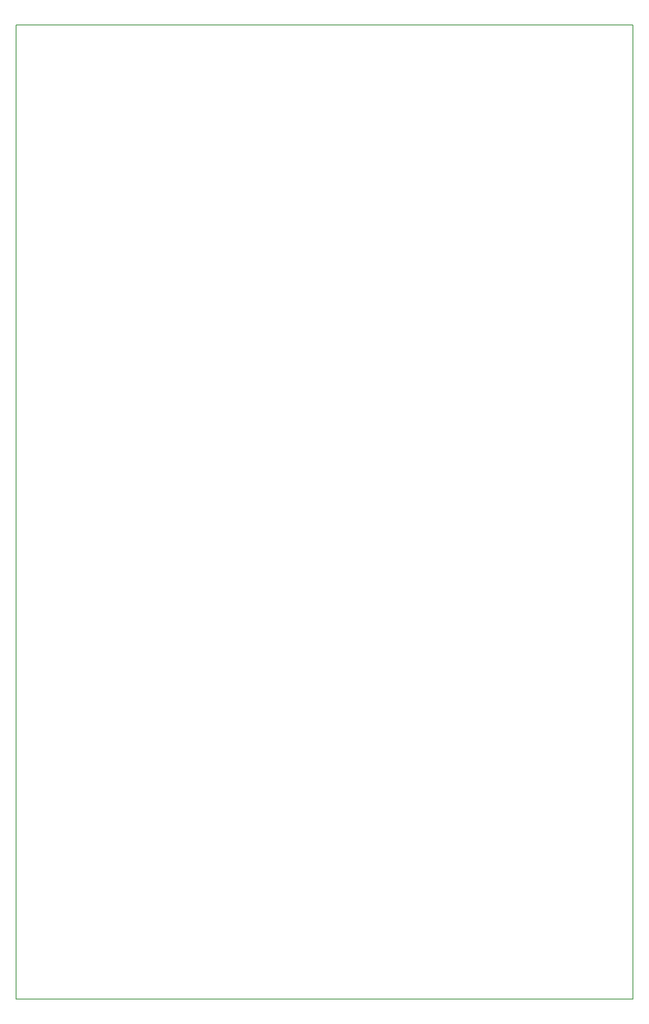
<source format=gbr>
G04 PROTEUS GERBER X2 FILE*
%TF.GenerationSoftware,Labcenter,Proteus,8.11-SP0-Build30052*%
%TF.CreationDate,2022-02-17T19:40:43+00:00*%
%TF.FileFunction,Other,Mechanical 3*%
%TF.FilePolarity,Positive*%
%TF.Part,Single*%
%TF.SameCoordinates,{fa563668-36b4-49a2-8e21-0a91219477cd}*%
%FSLAX45Y45*%
%MOMM*%
G01*
%TA.AperFunction,Profile*%
%ADD20C,0.203200*%
%TD.AperFunction*%
D20*
X-11500000Y-9450000D02*
X+1500000Y-9450000D01*
X+1500000Y+11050000D01*
X-11500000Y+11050000D01*
X-11500000Y-9450000D01*
M02*

</source>
